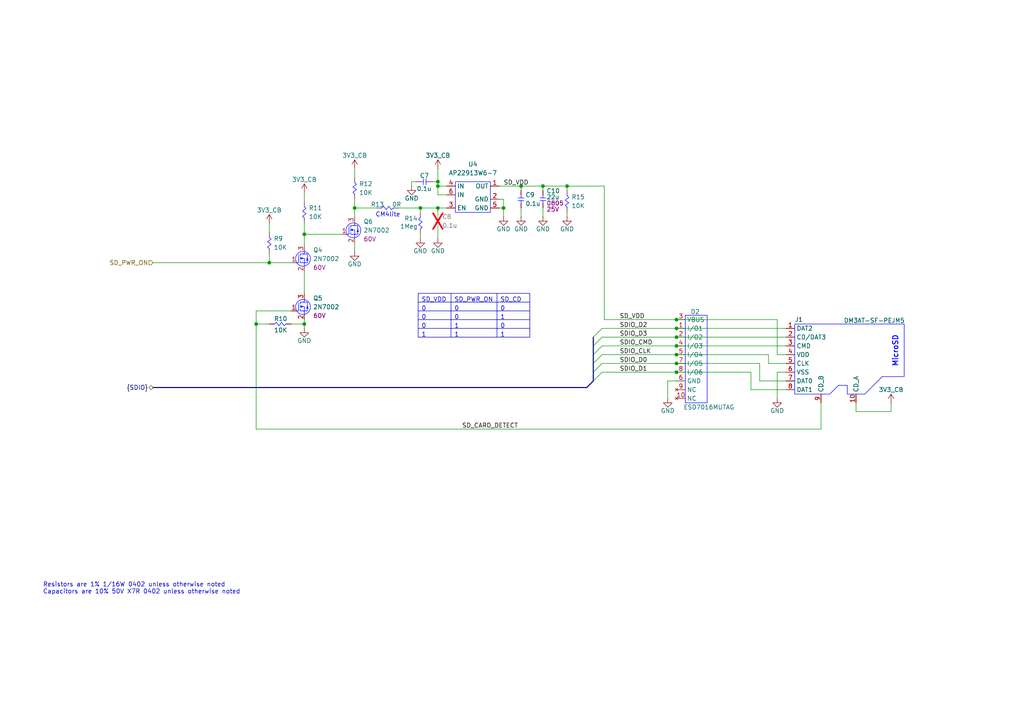
<source format=kicad_sch>
(kicad_sch (version 20250114) (generator "eeschema") (generator_version "9.0")
  (paper "A4")
  (title_block (title "RPI CMx Carrier") (date "2025-12-07") (rev "2.00-0A") (comment 1 "Jean-Francois Bilodeau") (comment 2 "P.Eng #6022173") (comment 3 "203-1690 Rue des quatre-saisons") (comment 4 "Sherbrooke, Canada, J1E0N2") (comment 5 "KiCad Rev 9.0") (comment 6 "TBD") (comment 7 "TBD") (comment 8 "WIP"))
  (lib_symbols
    (symbol "KiCad_Pwr_Symbols:+3V3" (power) (pin_numbers (hide yes)) (pin_names (offset 0) (hide yes))
      (property "Value" "+3V3" (at 0 3.556 0))
      (symbol "+3V3_0_1"
        (polyline (pts (xy -0.762 1.27) (xy 0 2.54)))
        (polyline (pts (xy 0 2.54) (xy 0.762 1.27)))
        (polyline (pts (xy 0 0) (xy 0 2.54)))
      )
      (symbol "+3V3_1_1"
        (pin power_in line (at 0 0 90) (length 0) (name "~") (number "1"))
      )
    )
    (symbol "KiCad_Pwr_Symbols:GND" (power) (pin_numbers (hide yes)) (pin_names (offset 0) (hide yes))
      (property "Value" "GND" (at 0 -3.81 0))
      (symbol "GND_0_1"
        (polyline (pts (xy 0 0) (xy 0 -1.27) (xy 1.27 -1.27) (xy 0 -2.54) (xy -1.27 -1.27) (xy 0 -1.27)))
      )
      (symbol "GND_1_1"
        (pin power_in line (at 0 0 270) (length 0) (name "~") (number "1"))
      )
    )
    (symbol "KicadCompDb:Capacitors/CAP_CER_SMT_00001" (pin_numbers (hide yes)) (pin_names (offset 0) (hide yes))
      (property "Reference" "C" (at 2.54 1.651 0))
      (property "Value" "0.1u" (at 1.524 -1.524 0))
      (symbol "Capacitors/CAP_CER_SMT_00001_1_1"
        (polyline (pts (xy 2.159 0.889) (xy 2.159 -0.889)) (stroke (width 0) (color 0 0 255 1)))
        (polyline (pts (xy 2.159 0) (xy 1.27 0)) (stroke (width 0) (color 0 0 255 1)))
        (polyline (pts (xy 2.921 0.889) (xy 2.921 -0.889)) (stroke (width 0) (color 0 0 255 1)))
        (polyline (pts (xy 3.81 0) (xy 2.921 0)) (stroke (width 0) (color 0 0 255 1)))
        (pin passive line (at 0 0 0) (length 1.27) (name "") (number "1"))
        (pin passive line (at 5.08 0 180) (length 1.27) (name "") (number "2"))
      )
    )
    (symbol "KicadCompDb:Capacitors/CAP_CER_SMT_00011" (pin_numbers (hide yes)) (pin_names (offset 0) (hide yes))
      (property "Reference" "C" (at 2.54 1.651 0))
      (property "Value" "22u" (at 1.524 -1.524 0))
      (property "Package" "0805" (at 0 -16.256 0))
      (property "Voltage Rating" "25V" (at 0 0 0))
      (symbol "Capacitors/CAP_CER_SMT_00011_1_1"
        (polyline (pts (xy 2.159 0.889) (xy 2.159 -0.889)) (stroke (width 0) (color 0 0 255 1)))
        (polyline (pts (xy 2.159 0) (xy 1.27 0)) (stroke (width 0) (color 0 0 255 1)))
        (polyline (pts (xy 2.921 0.889) (xy 2.921 -0.889)) (stroke (width 0) (color 0 0 255 1)))
        (polyline (pts (xy 3.81 0) (xy 2.921 0)) (stroke (width 0) (color 0 0 255 1)))
        (pin passive line (at 0 0 0) (length 1.27) (name "") (number "1"))
        (pin passive line (at 5.08 0 180) (length 1.27) (name "") (number "2"))
      )
    )
    (symbol "KicadCompDb:Connector/CONN_00008"
      (property "Reference" "J" (at 12.7 1.27 0))
      (property "Value" "DM3AT-SF-PEJM5" (at 0 0 0))
      (symbol "Connector/CONN_00008_0_1"
        (polyline (pts (xy 0 0) (xy 0 -20.32) (xy 10.16 -20.32) (xy 12.7 -17.78) (xy 15.24 -17.78) (xy 15.24 -17.78) (xy 15.24 -20.32) (xy 20.32 -20.32) (xy 25.4 -15.24) (xy 31.75 -15.24) (xy 31.75 0) (xy 0 0)) (stroke (width 0) (color 0 0 255 1)))
      )
      (symbol "Connector/CONN_00008_1_1"
        (text "MicroSD" (at 29.21 -7.62 900) (effects (font (size 1.524 1.524) (thickness 0.254) (bold yes))))
        (pin bidirectional line (at -2.54 -1.27 0) (length 2.54) (name "DAT2") (number "1"))
        (pin bidirectional line (at -2.54 -3.81 0) (length 2.54) (name "CD/DAT3") (number "2"))
        (pin input line (at -2.54 -6.35 0) (length 2.54) (name "CMD") (number "3"))
        (pin power_in line (at -2.54 -8.89 0) (length 2.54) (name "VDD") (number "4"))
        (pin input line (at -2.54 -11.43 0) (length 2.54) (name "CLK") (number "5"))
        (pin power_in line (at -2.54 -13.97 0) (length 2.54) (name "VSS") (number "6"))
        (pin bidirectional line (at -2.54 -16.51 0) (length 2.54) (name "DAT0") (number "7"))
        (pin bidirectional line (at -2.54 -19.05 0) (length 2.54) (name "DAT1") (number "8"))
        (pin output line (at 7.62 -22.86 90) (length 2.54) (name "CD_B") (number "9"))
        (pin input line (at 17.78 -22.86 90) (length 2.54) (name "CD_A") (number "10"))
      )
    )
    (symbol "KicadCompDb:ESD Diodes/ESD_DIODE_00001"
      (property "Reference" "D" (at 3.048 1.016 0))
      (property "Value" "ESD7016MUTAG" (at 0 0 0))
      (symbol "ESD Diodes/ESD_DIODE_00001_0_1"
        (rectangle (start 0 0) (end 6.35 -25.4) (stroke (width 0) (color 0 0 255 1)))
      )
      (symbol "ESD Diodes/ESD_DIODE_00001_1_1"
        (pin power_in line (at -2.54 -1.27 0) (length 2.54) (name "VBUS") (number "3"))
        (pin input line (at -2.54 -3.81 0) (length 2.54) (name "I/O1") (number "1"))
        (pin input line (at -2.54 -6.35 0) (length 2.54) (name "I/O2") (number "2"))
        (pin input line (at -2.54 -8.89 0) (length 2.54) (name "I/O3") (number "4"))
        (pin input line (at -2.54 -11.43 0) (length 2.54) (name "I/O4") (number "5"))
        (pin input line (at -2.54 -13.97 0) (length 2.54) (name "I/O5") (number "7"))
        (pin input line (at -2.54 -16.51 0) (length 2.54) (name "I/O6") (number "8"))
        (pin power_in line (at -2.54 -19.05 0) (length 2.54) (name "GND") (number "6"))
        (pin no_connect line (at -2.54 -21.59 0) (length 2.54) (name "NC") (number "9"))
        (pin no_connect line (at -2.54 -24.13 0) (length 2.54) (name "NC") (number "10"))
      )
    )
    (symbol "KicadCompDb:Load Switch/LOAD_SW_00001"
      (property "Reference" "U" (at 5.08 1.016 0))
      (property "Value" "AP22913W6-7" (at 0 0 0))
      (symbol "Load Switch/LOAD_SW_00001_1_1"
        (rectangle (start 0 0) (end 10.16 -8.89) (stroke (width 0) (color 0 0 255 1)))
        (pin input line (at -2.54 -1.27 0) (length 2.54) (name "IN") (number "4"))
        (pin input line (at -2.54 -3.81 0) (length 2.54) (name "IN") (number "6"))
        (pin input line (at -2.54 -7.62 0) (length 2.54) (name "EN") (number "3"))
        (pin power_out line (at 12.7 -1.27 180) (length 2.54) (name "OUT") (number "1"))
        (pin power_in line (at 12.7 -5.08 180) (length 2.54) (name "GND") (number "2"))
        (pin power_in line (at 12.7 -7.62 180) (length 2.54) (name "GND") (number "5"))
      )
    )
    (symbol "KicadCompDb:Mosfet/MOSFET_00001" (pin_names (offset 0) (hide yes))
      (property "Reference" "Q" (at 5.588 3.302 0))
      (property "Value" "2N7002" (at 0 0 0))
      (property "VDS" "60V" (at 0 0 0))
      (symbol "Mosfet/MOSFET_00001_1_1"
        (polyline (pts (xy 1.651 0) (xy 2.159 0) (xy 2.159 2.286)) (stroke (width 0) (color 0 0 255 1)))
        (polyline (pts (xy 2.667 2.54) (xy 2.667 2.032)) (stroke (width 0) (color 0 0 255 1)))
        (polyline (pts (xy 2.667 2.54) (xy 3.81 2.54) (xy 3.81 3.175)) (stroke (width 0) (color 0 0 255 1)))
        (polyline (pts (xy 2.667 1.651) (xy 2.667 0.889)) (stroke (width 0) (color 0 0 255 1)))
        (polyline (pts (xy 2.667 0.508) (xy 2.667 0)) (stroke (width 0) (color 0 0 255 1)))
        (polyline (pts (xy 2.7304 0) (xy 3.81 0) (xy 3.81 -0.889)) (stroke (width 0) (color 0 0 255 1)))
        (polyline (pts (xy 2.794 1.27) (xy 3.175 1.016) (xy 3.175 1.524) (xy 2.794 1.27)) (stroke (width 0) (color 0 0 255 1)) (fill (type color) (color 0 0 255 1)))
        (polyline (pts (xy 3.048 1.27) (xy 3.81 1.27) (xy 3.81 -0.127)) (stroke (width 0) (color 0 0 255 1)))
        (polyline (pts (xy 3.429 2.54) (xy 4.699 2.54) (xy 4.699 1.27)) (stroke (width 0) (color 0 0 255 1)))
        (circle (center 3.429 1.143) (radius 2.159) (stroke (width 0) (color 0 0 255 1)))
        (polyline (pts (xy 3.429 0) (xy 4.699 0) (xy 4.699 0.889)) (stroke (width 0) (color 0 0 255 1)))
        (polyline (pts (xy 3.81 1.143) (xy 3.81 1.143)) (stroke (width 0) (color 0 0 255 1)))
        (polyline (pts (xy 4.5085 1.27) (xy 4.8895 1.27)) (stroke (width 0) (color 0 0 255 1)))
        (polyline (pts (xy 4.699 1.143) (xy 4.445 0.762) (xy 4.953 0.762) (xy 4.699 1.143)) (stroke (width 0) (color 0 0 255 1)) (fill (type color) (color 0 0 255 1)))
        (pin input line (at 0 0 0) (length 1.524) (name "G") (number "1"))
        (pin passive line (at 3.81 5.08 270) (length 1.778) (name "D") (number "3"))
        (pin passive line (at 3.81 -2.54 90) (length 1.524) (name "S") (number "2"))
      )
    )
    (symbol "KicadCompDb:Resistors/RES_SMT_00001" (pin_numbers (hide yes)) (pin_names (offset 0) (hide yes))
      (property "Reference" "R" (at 1.524 1.524 0))
      (property "Value" "0R" (at 1.524 -1.524 0))
      (symbol "Resistors/RES_SMT_00001_1_1"
        (polyline (pts (xy 0.254 0) (xy 0 0)) (stroke (width 0) (color 0 0 255 1)))
        (polyline (pts (xy 0.254 0) (xy 0.762 0.508) (xy 1.524 -0.508) (xy 2.286 0.508) (xy 3.048 -0.508) (xy 3.556 0)) (stroke (width 0) (color 0 0 255 1)))
        (polyline (pts (xy 3.81 0) (xy 3.556 0)) (stroke (width 0) (color 0 0 255 1)))
        (pin passive line (at -1.27 0 0) (length 1.27) (name "") (number "1"))
        (pin passive line (at 5.08 0 180) (length 1.27) (name "") (number "2"))
      )
    )
    (symbol "KicadCompDb:Resistors/RES_SMT_00006" (pin_numbers (hide yes)) (pin_names (offset 0) (hide yes))
      (property "Reference" "R" (at 1.524 1.524 0))
      (property "Value" "1Meg" (at 1.524 -1.524 0))
      (symbol "Resistors/RES_SMT_00006_1_1"
        (polyline (pts (xy 0.254 0) (xy 0 0)) (stroke (width 0) (color 0 0 255 1)))
        (polyline (pts (xy 0.254 0) (xy 0.762 0.508) (xy 1.524 -0.508) (xy 2.286 0.508) (xy 3.048 -0.508) (xy 3.556 0)) (stroke (width 0) (color 0 0 255 1)))
        (polyline (pts (xy 3.81 0) (xy 3.556 0)) (stroke (width 0) (color 0 0 255 1)))
        (pin passive line (at -1.27 0 0) (length 1.27) (name "") (number "1"))
        (pin passive line (at 5.08 0 180) (length 1.27) (name "") (number "2"))
      )
    )
    (symbol "KicadCompDb:Resistors/RES_SMT_00013" (pin_numbers (hide yes)) (pin_names (offset 0) (hide yes))
      (property "Reference" "R" (at 1.524 1.524 0))
      (property "Value" "10K" (at 1.524 -1.524 0))
      (symbol "Resistors/RES_SMT_00013_1_1"
        (polyline (pts (xy 0.254 0) (xy 0 0)) (stroke (width 0) (color 0 0 255 1)))
        (polyline (pts (xy 0.254 0) (xy 0.762 0.508) (xy 1.524 -0.508) (xy 2.286 0.508) (xy 3.048 -0.508) (xy 3.556 0)) (stroke (width 0) (color 0 0 255 1)))
        (polyline (pts (xy 3.81 0) (xy 3.556 0)) (stroke (width 0) (color 0 0 255 1)))
        (pin passive line (at -1.27 0 0) (length 1.27) (name "") (number "1"))
        (pin passive line (at 5.08 0 180) (length 1.27) (name "") (number "2"))
      )
    )
  )
  (bus_alias "SDIO" (members "SDIO_D0" "SDIO_D1" "SDIO_D2" "SDIO_D3" "SDIO_CLK" "SDIO_CMD"))
  (text "CM4lite" (at 112.522 62.357 0) (effects (font (size 1.27 1.27))))
  (text "Resistors are 1% 1/16W 0402 unless otherwise noted\nCapacitors are 10% 50V X7R 0402 unless otherwise noted" (at 12.446 170.688 0) (effects (font (size 1.27 1.27)) (justify left)))
  (junction (at 74.295 93.98))
  (junction (at 88.265 93.98))
  (junction (at 196.215 105.41))
  (junction (at 196.215 100.33))
  (junction (at 88.265 67.945))
  (junction (at 121.92 60.325))
  (junction (at 78.105 76.2))
  (junction (at 127 60.325))
  (junction (at 164.465 53.975))
  (junction (at 127 53.975))
  (junction (at 127 52.705))
  (junction (at 102.87 60.325))
  (junction (at 151.13 53.975))
  (junction (at 157.48 53.975))
  (junction (at 146.05 60.325))
  (junction (at 196.215 107.95))
  (junction (at 196.215 97.79))
  (junction (at 196.215 95.25))
  (junction (at 196.215 92.71))
  (junction (at 196.215 102.87))
  (bus_entry (at 172.085 105.41) (size 2.54 -2.54))
  (bus_entry (at 172.085 110.49) (size 2.54 -2.54))
  (bus_entry (at 172.085 102.87) (size 2.54 -2.54))
  (bus_entry (at 172.085 107.95) (size 2.54 -2.54))
  (bus_entry (at 172.085 97.79) (size 2.54 -2.54))
  (bus_entry (at 172.085 100.33) (size 2.54 -2.54))
  (wire (pts (xy 78.105 76.2) (xy 84.455 76.2)))
  (wire (pts (xy 174.625 102.87) (xy 196.215 102.87)))
  (bus (pts (xy 172.085 100.33) (xy 172.085 102.87)))
  (wire (pts (xy 258.445 119.38) (xy 258.445 116.84)))
  (wire (pts (xy 121.92 67.945) (xy 121.92 69.215)))
  (wire (pts (xy 102.87 48.895) (xy 102.87 51.435)))
  (wire (pts (xy 127 60.325) (xy 127 61.595)))
  (wire (pts (xy 222.885 105.41) (xy 227.965 105.41)))
  (wire (pts (xy 174.625 97.79) (xy 196.215 97.79)))
  (wire (pts (xy 119.38 52.705) (xy 120.65 52.705)))
  (wire (pts (xy 78.105 73.66) (xy 78.105 76.2)))
  (wire (pts (xy 78.105 64.77) (xy 78.105 67.31)))
  (wire (pts (xy 248.285 119.38) (xy 258.445 119.38)))
  (wire (pts (xy 119.38 52.705) (xy 119.38 53.975)))
  (wire (pts (xy 74.295 93.98) (xy 74.295 124.46)))
  (wire (pts (xy 225.425 107.95) (xy 225.425 115.57)))
  (wire (pts (xy 121.92 60.325) (xy 121.92 61.595)))
  (wire (pts (xy 74.295 90.17) (xy 84.455 90.17)))
  (wire (pts (xy 225.425 102.87) (xy 227.965 102.87)))
  (wire (pts (xy 127 56.515) (xy 129.54 56.515)))
  (wire (pts (xy 193.675 110.49) (xy 193.675 115.57)))
  (wire (pts (xy 227.965 107.95) (xy 225.425 107.95)))
  (wire (pts (xy 146.05 60.325) (xy 146.05 62.865)))
  (wire (pts (xy 217.805 107.95) (xy 196.215 107.95)))
  (wire (pts (xy 175.26 53.975) (xy 175.26 92.71)))
  (wire (pts (xy 164.465 53.975) (xy 175.26 53.975)))
  (wire (pts (xy 88.265 93.98) (xy 88.265 95.25)))
  (wire (pts (xy 88.265 67.945) (xy 88.265 71.12)))
  (wire (pts (xy 127 52.705) (xy 127 53.975)))
  (wire (pts (xy 88.265 55.88) (xy 88.265 58.42)))
  (wire (pts (xy 102.87 57.785) (xy 102.87 60.325)))
  (wire (pts (xy 217.805 113.03) (xy 217.805 107.95)))
  (wire (pts (xy 196.215 92.71) (xy 225.425 92.71)))
  (wire (pts (xy 102.87 60.325) (xy 102.87 62.865)))
  (wire (pts (xy 115.57 60.325) (xy 121.92 60.325)))
  (wire (pts (xy 74.295 124.46) (xy 238.125 124.46)))
  (wire (pts (xy 144.78 53.975) (xy 151.13 53.975)))
  (wire (pts (xy 151.13 53.975) (xy 157.48 53.975)))
  (wire (pts (xy 74.295 90.17) (xy 74.295 93.98)))
  (wire (pts (xy 238.125 116.84) (xy 238.125 124.46)))
  (wire (pts (xy 84.455 93.98) (xy 88.265 93.98)))
  (wire (pts (xy 102.87 60.325) (xy 109.22 60.325)))
  (wire (pts (xy 151.13 60.325) (xy 151.13 62.865)))
  (wire (pts (xy 220.345 110.49) (xy 227.965 110.49)))
  (wire (pts (xy 175.26 92.71) (xy 196.215 92.71)))
  (wire (pts (xy 127 53.975) (xy 129.54 53.975)))
  (wire (pts (xy 196.215 97.79) (xy 227.965 97.79)))
  (bus (pts (xy 172.085 110.49) (xy 172.085 107.95)))
  (wire (pts (xy 88.265 64.77) (xy 88.265 67.945)))
  (wire (pts (xy 144.78 60.325) (xy 146.05 60.325)))
  (wire (pts (xy 127 60.325) (xy 129.54 60.325)))
  (wire (pts (xy 88.265 78.74) (xy 88.265 85.09)))
  (wire (pts (xy 127 66.675) (xy 127 69.215)))
  (wire (pts (xy 222.885 102.87) (xy 196.215 102.87)))
  (wire (pts (xy 196.215 95.25) (xy 227.965 95.25)))
  (wire (pts (xy 127 53.975) (xy 127 56.515)))
  (wire (pts (xy 174.625 105.41) (xy 196.215 105.41)))
  (wire (pts (xy 174.625 95.25) (xy 196.215 95.25)))
  (wire (pts (xy 222.885 105.41) (xy 222.885 102.87)))
  (wire (pts (xy 157.48 60.325) (xy 157.48 62.865)))
  (bus (pts (xy 172.085 97.79) (xy 172.085 100.33)))
  (wire (pts (xy 157.48 53.975) (xy 157.48 55.245)))
  (wire (pts (xy 151.13 53.975) (xy 151.13 55.245)))
  (wire (pts (xy 220.345 105.41) (xy 220.345 110.49)))
  (bus (pts (xy 44.45 112.395) (xy 170.18 112.395)))
  (wire (pts (xy 121.92 60.325) (xy 127 60.325)))
  (wire (pts (xy 157.48 53.975) (xy 164.465 53.975)))
  (wire (pts (xy 196.215 105.41) (xy 220.345 105.41)))
  (wire (pts (xy 102.87 70.485) (xy 102.87 73.025)))
  (wire (pts (xy 74.295 93.98) (xy 78.105 93.98)))
  (bus (pts (xy 172.085 105.41) (xy 172.085 102.87)))
  (bus (pts (xy 172.085 110.49) (xy 170.18 112.395)))
  (wire (pts (xy 144.78 57.785) (xy 146.05 57.785)))
  (wire (pts (xy 248.285 116.84) (xy 248.285 119.38)))
  (wire (pts (xy 174.625 100.33) (xy 196.215 100.33)))
  (wire (pts (xy 227.965 113.03) (xy 217.805 113.03)))
  (wire (pts (xy 125.73 52.705) (xy 127 52.705)))
  (wire (pts (xy 196.215 107.95) (xy 174.625 107.95)))
  (wire (pts (xy 127 48.895) (xy 127 52.705)))
  (wire (pts (xy 225.425 92.71) (xy 225.425 102.87)))
  (wire (pts (xy 44.45 76.2) (xy 78.105 76.2)))
  (wire (pts (xy 164.465 53.975) (xy 164.465 55.245)))
  (bus (pts (xy 172.085 107.95) (xy 172.085 105.41)))
  (wire (pts (xy 196.215 110.49) (xy 193.675 110.49)))
  (wire (pts (xy 196.215 100.33) (xy 227.965 100.33)))
  (wire (pts (xy 164.465 62.865) (xy 164.465 61.595)))
  (wire (pts (xy 88.265 92.71) (xy 88.265 93.98)))
  (wire (pts (xy 146.05 57.785) (xy 146.05 60.325)))
  (wire (pts (xy 88.265 67.945) (xy 99.06 67.945)))
  (table (column_count 3) (border (external yes) (header yes)) (separators (rows yes) (cols yes)) (column_widths 9.525 13.335 9.525) (row_heights 2.54 2.54 2.54 2.54 2.54) (cells (table_cell "SD_VDD" (at 121.285 85.09 0) (size 9.525 2.54) (margins 0.9525 0.9525 0.9525 0.9525) (span 1 1)) (table_cell "SD_PWR_ON" (at 130.81 85.09 0) (size 13.335 2.54) (margins 0.9525 0.9525 0.9525 0.9525) (span 1 1)) (table_cell "SD_CD" (at 144.145 85.09 0) (size 9.525 2.54) (margins 0.9525 0.9525 0.9525 0.9525) (span 1 1)) (table_cell "0" (at 121.285 87.63 0) (size 9.525 2.54) (margins 0.9525 0.9525 0.9525 0.9525) (span 1 1)) (table_cell "0" (at 130.81 87.63 0) (size 13.335 2.54) (margins 0.9525 0.9525 0.9525 0.9525) (span 1 1)) (table_cell "0" (at 144.145 87.63 0) (size 9.525 2.54) (margins 0.9525 0.9525 0.9525 0.9525) (span 1 1)) (table_cell "0" (at 121.285 90.17 0) (size 9.525 2.54) (margins 0.9525 0.9525 0.9525 0.9525) (span 1 1)) (table_cell "0" (at 130.81 90.17 0) (size 13.335 2.54) (margins 0.9525 0.9525 0.9525 0.9525) (span 1 1)) (table_cell "1" (at 144.145 90.17 0) (size 9.525 2.54) (margins 0.9525 0.9525 0.9525 0.9525) (span 1 1)) (table_cell "0" (at 121.285 92.71 0) (size 9.525 2.54) (margins 0.9525 0.9525 0.9525 0.9525) (span 1 1)) (table_cell "1" (at 130.81 92.71 0) (size 13.335 2.54) (margins 0.9525 0.9525 0.9525 0.9525) (span 1 1)) (table_cell "0" (at 144.145 92.71 0) (size 9.525 2.54) (margins 0.9525 0.9525 0.9525 0.9525) (span 1 1)) (table_cell "1" (at 121.285 95.25 0) (size 9.525 2.54) (margins 0.9525 0.9525 0.9525 0.9525) (span 1 1)) (table_cell "1" (at 130.81 95.25 0) (size 13.335 2.54) (margins 0.9525 0.9525 0.9525 0.9525) (span 1 1)) (table_cell "1" (at 144.145 95.25 0) (size 9.525 2.54) (margins 0.9525 0.9525 0.9525 0.9525) (span 1 1))))
  (label "SD_VDD" (at 146.05 53.975 0))
  (label "SDIO_D0" (at 179.705 105.41 0))
  (label "SD_VDD" (at 179.705 92.71 0))
  (label "SDIO_D3" (at 179.705 97.79 0))
  (label "SDIO_CMD" (at 179.705 100.33 0))
  (label "SDIO_D2" (at 179.705 95.25 0))
  (label "SDIO_D1" (at 179.705 107.95 0))
  (label "SDIO_CLK" (at 179.705 102.87 0))
  (label "SD_CARD_DETECT" (at 133.985 124.46 0))
  (hierarchical_label "SD_PWR_ON" (shape input) (at 44.45 76.2 180))
  (hierarchical_label "{SDIO}" (shape bidirectional) (at 44.45 112.395 180))
  (symbol (lib_id "KiCad_Pwr_Symbols:+3V3") (at 78.105 64.77 0) (unit 1)
    (property "Reference" "#PWR024" (effects (hide yes)))
    (property "Value" "3V3_CB" (at 78.105 60.96 0))
    (property "Description" "Power symbol creates a global label with name \"+3V3\"" (effects (hide yes)))
  )
  (symbol (lib_id "KicadCompDb:Capacitors/CAP_CER_SMT_00001") (at 151.13 60.325 90) (unit 1)
    (property "Reference" "C9" (at 152.4 56.515 90) (effects (justify right)))
    (property "Value" "0.1u" (at 152.4 59.055 90) (effects (justify right)))
    (property "Footprint" "footprint:CAP_NONPOL_0402" (effects (hide yes)))
    (property "Datasheet" "https://search.murata.co.jp/Ceramy/image/img/A01X/G101/ENG/GRM155R71H104KE14-01.pdf" (effects (hide yes)))
    (property "Description" "CAP CER 0.1UF 50V X7R 0402" (effects (hide yes)))
    (property "Tolerance" "±10%" (effects (hide yes)))
    (property "Dielectric" "X7R" (effects (hide yes)))
    (property "Package" "0402" (effects (hide yes)))
    (property "Operating Temperature" "-55°C ~ 125°C" (effects (hide yes)))
    (property "Voltage Rating" "50V" (effects (hide yes)))
    (property "Manufacturer" "Murata Electronics" (effects (hide yes)))
    (property "Manufacturer Part Number" "GRM155R71H104KE14D" (effects (hide yes)))
    (property "Distributor" "DigiKey" (effects (hide yes)))
    (property "Distributor Part Number" "490-10700-1-ND" (effects (hide yes)))
    (property "Type" "CER SMT" (effects (hide yes)))
    (property "Dimensions" "1.00mm x 0.50mm" (effects (hide yes)))
  )
  (symbol (lib_id "KicadCompDb:Resistors/RES_SMT_00001") (at 110.49 60.325 0) (unit 1)
    (property "Reference" "R13" (at 109.474 59.309 0))
    (property "Value" "0R" (at 115.062 59.309 0))
    (property "Footprint" "footprint:RES_0402" (effects (hide yes)))
    (property "Datasheet" "https://www.yageogroup.com/content/datasheet/asset/file/PYU-RC_GROUP_51_ROHS_L" (effects (hide yes)))
    (property "Description" "RES 0 OHM JUMPER 1/16W 0402" (effects (hide yes)))
    (property "Tolerance" "1%" (effects (hide yes)))
    (property "Power" "1/16W" (effects (hide yes)))
    (property "Package" "0402" (effects (hide yes)))
    (property "Manufacturer" "YAGEO" (effects (hide yes)))
    (property "Manufacturer Part Number" "RC0402FR-071KL" (effects (hide yes)))
    (property "Distributor" "DigiKey" (effects (hide yes)))
    (property "Distributor Part Number" "311-0.0JRCT-ND" (effects (hide yes)))
    (property "Temperature Coefficient" "±100ppm/°C" (effects (hide yes)))
    (property "Operating Temperature" "-55°C ~ 155°C" (effects (hide yes)))
    (property "Type" "RES SMT" (effects (hide yes)))
    (property "Dimensions" "1.00mm x 0.50mm" (effects (hide yes)))
  )
  (symbol (lib_id "KiCad_Pwr_Symbols:GND") (at 146.05 62.865 0) (unit 1)
    (property "Reference" "#PWR033" (effects (hide yes)))
    (property "Value" "GND" (at 146.05 66.421 0))
    (property "Description" "Power symbol creates a global label with name \"GND\" , ground" (effects (hide yes)))
  )
  (symbol (lib_id "KicadCompDb:Capacitors/CAP_CER_SMT_00011") (at 157.48 60.325 90) (unit 1)
    (property "Reference" "C10" (at 158.496 55.372 90) (effects (justify right)))
    (property "Value" "22u" (at 158.496 57.15 90) (effects (justify right)))
    (property "Footprint" "footprint:CAP_NONPOL_0805" (effects (hide yes)))
    (property "Datasheet" "https://mm.digikey.com/Volume0/opasdata/d220001/medias/docus/339/CL21A226MAYNNNE_Spec.pdf" (effects (hide yes)))
    (property "Description" "CAP CER 22UF 25V X5R 0805" (effects (hide yes)))
    (property "Tolerance" "±20%" (effects (hide yes)))
    (property "Dielectric" "X5R" (effects (hide yes)))
    (property "Package" "0805" (at 158.496 58.928 90) (effects (justify right)))
    (property "Operating Temperature" "-55°C ~ 85°C" (effects (hide yes)))
    (property "Voltage Rating" "25V" (at 158.496 60.706 90) (effects (justify right)))
    (property "Manufacturer" "Samsung Electro-Mechanics" (effects (hide yes)))
    (property "Manufacturer Part Number" "CL21A226MAYNNNE" (effects (hide yes)))
    (property "Distributor" "DigiKey" (effects (hide yes)))
    (property "Distributor Part Number" "1276-CL21A226MAYNNNECT-ND" (effects (hide yes)))
    (property "Type" "CER SMT" (effects (hide yes)))
    (property "Dimensions" "2.00mm x 1.25mm" (effects (hide yes)))
  )
  (symbol (lib_id "KiCad_Pwr_Symbols:GND") (at 119.38 53.975 0) (unit 1)
    (property "Reference" "#PWR029" (effects (hide yes)))
    (property "Value" "GND" (at 119.38 57.531 0))
    (property "Description" "Power symbol creates a global label with name \"GND\" , ground" (effects (hide yes)))
  )
  (symbol (lib_id "KiCad_Pwr_Symbols:GND") (at 225.425 115.57 0) (unit 1)
    (property "Reference" "#PWR038" (effects (hide yes)))
    (property "Value" "GND" (at 225.425 119.126 0))
    (property "Description" "Power symbol creates a global label with name \"GND\" , ground" (effects (hide yes)))
  )
  (symbol (lib_id "KiCad_Pwr_Symbols:+3V3") (at 258.445 116.84 0) (unit 1)
    (property "Reference" "#PWR039" (effects (hide yes)))
    (property "Value" "3V3_CB" (at 258.445 113.03 0))
    (property "Description" "Power symbol creates a global label with name \"+3V3\"" (effects (hide yes)))
  )
  (symbol (lib_id "KicadCompDb:Mosfet/MOSFET_00001") (at 84.455 90.17 0) (unit 1)
    (property "Reference" "Q5" (at 90.805 86.4869 0) (effects (justify left)))
    (property "Value" "2N7002" (at 90.805 89.0269 0) (effects (justify left)))
    (property "Footprint" "footprint:SOT-23-3" (effects (hide yes)))
    (property "Datasheet" "https://www.diodes.com/assets/Datasheets/ds11303.pdf" (effects (hide yes)))
    (property "Description" "MOSFET N-CH 60V 115MA SOT23-3" (effects (hide yes)))
    (property "VDS" "60V" (at 90.805 91.5669 0) (effects (justify left)))
    (property "Package" "SOT-23-3" (effects (hide yes)))
    (property "Type" "NFET" (effects (hide yes)))
    (property "I(drain)" "0.115A" (effects (hide yes)))
    (property "VGS(th)" "2.5V" (effects (hide yes)))
    (property "RDS(on)" "7.5Ohm" (effects (hide yes)))
    (property "Power" "0.37W" (effects (hide yes)))
    (property "Operating Temperature" "-55°C ~ 150°C" (effects (hide yes)))
    (property "Dimensions" "2.90mm x 2.40mm" (effects (hide yes)))
    (property "Manufacturer" "Diodes Incorporated" (effects (hide yes)))
    (property "Manufacturer Part Number" "2N7002-7-F" (effects (hide yes)))
    (property "Distributor" "DigiKey" (effects (hide yes)))
    (property "Distributor Part Number" "2N7002-FDICT-ND" (effects (hide yes)))
  )
  (symbol (lib_id "KicadCompDb:Capacitors/CAP_CER_SMT_00001") (at 120.65 52.705 0) (unit 1)
    (property "Reference" "C7" (at 124.46 50.927 0) (effects (justify right)))
    (property "Value" "0.1u" (at 125.222 54.737 0) (effects (justify right)))
    (property "Footprint" "footprint:CAP_NONPOL_0402" (effects (hide yes)))
    (property "Datasheet" "https://search.murata.co.jp/Ceramy/image/img/A01X/G101/ENG/GRM155R71H104KE14-01.pdf" (effects (hide yes)))
    (property "Description" "CAP CER 0.1UF 50V X7R 0402" (effects (hide yes)))
    (property "Tolerance" "±10%" (effects (hide yes)))
    (property "Dielectric" "X7R" (effects (hide yes)))
    (property "Package" "0402" (effects (hide yes)))
    (property "Operating Temperature" "-55°C ~ 125°C" (effects (hide yes)))
    (property "Voltage Rating" "50V" (effects (hide yes)))
    (property "Manufacturer" "Murata Electronics" (effects (hide yes)))
    (property "Manufacturer Part Number" "GRM155R71H104KE14D" (effects (hide yes)))
    (property "Distributor" "DigiKey" (effects (hide yes)))
    (property "Distributor Part Number" "490-10700-1-ND" (effects (hide yes)))
    (property "Type" "CER SMT" (effects (hide yes)))
    (property "Dimensions" "1.00mm x 0.50mm" (effects (hide yes)))
  )
  (symbol (lib_id "KicadCompDb:ESD Diodes/ESD_DIODE_00001") (at 198.755 91.44 0) (unit 1)
    (property "Reference" "D2" (at 200.279 90.424 0) (effects (justify left)))
    (property "Value" "ESD7016MUTAG" (at 198.247 118.11 0) (effects (justify left)))
    (property "Footprint" "footprint:UDFN8" (effects (hide yes)))
    (property "Datasheet" "https://www.onsemi.com/pdf/datasheet/esd7016-d.pdf" (effects (hide yes)))
    (property "Description" "TVS DIODE 5VWM 10VC 8UDFN" (effects (hide yes)))
    (property "Type" "ESD TVS SEXT SMT" (effects (hide yes)))
    (property "V(r)" "5V" (effects (hide yes)))
    (property "V(br)" "5.5V" (effects (hide yes)))
    (property "V(cl)" "10V" (effects (hide yes)))
    (property "I(pp)" "1A" (effects (hide yes)))
    (property "Power" "NA" (effects (hide yes)))
    (property "Capacitance" "0.15pF" (effects (hide yes)))
    (property "Operating Temperature" "-55°C ~ 125°C" (effects (hide yes)))
    (property "Package" "8-UDFN" (effects (hide yes)))
    (property "Dimensions" "3.30mm x 1.00mm" (effects (hide yes)))
    (property "Manufacturer" "onsemi" (effects (hide yes)))
    (property "Manufacturer Part Number" "ESD7016MUTAG" (effects (hide yes)))
    (property "Distributor" "DigiKey" (effects (hide yes)))
    (property "Distributor Part Number" "ESD7016MUTAGOSCT-ND" (effects (hide yes)))
  )
  (symbol (lib_id "KicadCompDb:Mosfet/MOSFET_00001") (at 84.455 76.2 0) (unit 1)
    (property "Reference" "Q4" (at 90.805 72.5169 0) (effects (justify left)))
    (property "Value" "2N7002" (at 90.805 75.0569 0) (effects (justify left)))
    (property "Footprint" "footprint:SOT-23-3" (effects (hide yes)))
    (property "Datasheet" "https://www.diodes.com/assets/Datasheets/ds11303.pdf" (effects (hide yes)))
    (property "Description" "MOSFET N-CH 60V 115MA SOT23-3" (effects (hide yes)))
    (property "VDS" "60V" (at 90.805 77.5969 0) (effects (justify left)))
    (property "Package" "SOT-23-3" (effects (hide yes)))
    (property "Type" "NFET" (effects (hide yes)))
    (property "I(drain)" "0.115A" (effects (hide yes)))
    (property "VGS(th)" "2.5V" (effects (hide yes)))
    (property "RDS(on)" "7.5Ohm" (effects (hide yes)))
    (property "Power" "0.37W" (effects (hide yes)))
    (property "Operating Temperature" "-55°C ~ 150°C" (effects (hide yes)))
    (property "Dimensions" "2.90mm x 2.40mm" (effects (hide yes)))
    (property "Manufacturer" "Diodes Incorporated" (effects (hide yes)))
    (property "Manufacturer Part Number" "2N7002-7-F" (effects (hide yes)))
    (property "Distributor" "DigiKey" (effects (hide yes)))
    (property "Distributor Part Number" "2N7002-FDICT-ND" (effects (hide yes)))
  )
  (symbol (lib_id "KicadCompDb:Load Switch/LOAD_SW_00001") (at 132.08 52.705 0) (unit 1)
    (property "Reference" "U4" (at 137.16 47.625 0))
    (property "Value" "AP22913W6-7" (at 137.16 50.165 0))
    (property "Footprint" "footprint:SOT-23-6" (effects (hide yes)))
    (property "Datasheet" "https://www.diodes.com/assets/Datasheets/AP22913.pdf" (effects (hide yes)))
    (property "Description" "IC PWR SWITCH P-CHAN 1:1 SOT26" (effects (hide yes)))
    (property "Type" "PFET" (effects (hide yes)))
    (property "Output Configuration" "High Side" (effects (hide yes)))
    (property "Package" "SOT-23-6" (effects (hide yes)))
    (property "Load Voltage" "1.5V ~ 5.5V" (effects (hide yes)))
    (property "Output Current" "2A" (effects (hide yes)))
    (property "RDS(on)" "0.84Ohm" (effects (hide yes)))
    (property "Operating Temperature" "-40°C ~ 85°C" (effects (hide yes)))
    (property "Dimensions" "3mm x 2.8mm" (effects (hide yes)))
    (property "Manufacturer" "Diodes Incorporated" (effects (hide yes)))
    (property "Manufacturer Part Number" "AP22913W6-7" (effects (hide yes)))
    (property "Distributor" "DigiKey" (effects (hide yes)))
    (property "Distributor Part Number" "AP22913W6-7DICT-ND" (effects (hide yes)))
  )
  (symbol (lib_id "KicadCompDb:Resistors/RES_SMT_00013") (at 102.87 56.515 90) (unit 1)
    (property "Reference" "R12" (at 104.14 53.3399 90) (effects (justify right)))
    (property "Value" "10K" (at 104.14 55.8799 90) (effects (justify right)))
    (property "Footprint" "footprint:RES_0402" (effects (hide yes)))
    (property "Datasheet" "https://www.yageogroup.com/content/datasheet/asset/file/PYU-RC_GROUP_51_ROHS_L" (effects (hide yes)))
    (property "Description" "RES 10K OHM 1% 1/16W 0402" (effects (hide yes)))
    (property "Tolerance" "1%" (effects (hide yes)))
    (property "Power" "1/16W" (effects (hide yes)))
    (property "Package" "0402" (effects (hide yes)))
    (property "Manufacturer" "YAGEO" (effects (hide yes)))
    (property "Manufacturer Part Number" "RC0402FR-0710KL" (effects (hide yes)))
    (property "Distributor" "DigiKey" (effects (hide yes)))
    (property "Distributor Part Number" "311-10.0KLRCT-ND" (effects (hide yes)))
    (property "Temperature Coefficient" "±100ppm/°C" (effects (hide yes)))
    (property "Operating Temperature" "-55°C ~ 155°C" (effects (hide yes)))
    (property "Type" "RES SMT" (effects (hide yes)))
    (property "Dimensions" "1.00mm x 0.50mm" (effects (hide yes)))
  )
  (symbol (lib_id "KicadCompDb:Resistors/RES_SMT_00013") (at 78.105 72.39 90) (unit 1)
    (property "Reference" "R9" (at 79.375 69.2149 90) (effects (justify right)))
    (property "Value" "10K" (at 79.375 71.7549 90) (effects (justify right)))
    (property "Footprint" "footprint:RES_0402" (effects (hide yes)))
    (property "Datasheet" "https://www.yageogroup.com/content/datasheet/asset/file/PYU-RC_GROUP_51_ROHS_L" (effects (hide yes)))
    (property "Description" "RES 10K OHM 1% 1/16W 0402" (effects (hide yes)))
    (property "Tolerance" "1%" (effects (hide yes)))
    (property "Power" "1/16W" (effects (hide yes)))
    (property "Package" "0402" (effects (hide yes)))
    (property "Manufacturer" "YAGEO" (effects (hide yes)))
    (property "Manufacturer Part Number" "RC0402FR-0710KL" (effects (hide yes)))
    (property "Distributor" "DigiKey" (effects (hide yes)))
    (property "Distributor Part Number" "311-10.0KLRCT-ND" (effects (hide yes)))
    (property "Temperature Coefficient" "±100ppm/°C" (effects (hide yes)))
    (property "Operating Temperature" "-55°C ~ 155°C" (effects (hide yes)))
    (property "Type" "RES SMT" (effects (hide yes)))
    (property "Dimensions" "1.00mm x 0.50mm" (effects (hide yes)))
  )
  (symbol (lib_id "KiCad_Pwr_Symbols:GND") (at 102.87 73.025 0) (unit 1)
    (property "Reference" "#PWR028" (effects (hide yes)))
    (property "Value" "GND" (at 102.87 76.581 0))
    (property "Description" "Power symbol creates a global label with name \"GND\" , ground" (effects (hide yes)))
  )
  (symbol (lib_id "KiCad_Pwr_Symbols:GND") (at 151.13 62.865 0) (unit 1)
    (property "Reference" "#PWR034" (effects (hide yes)))
    (property "Value" "GND" (at 151.13 66.421 0))
    (property "Description" "Power symbol creates a global label with name \"GND\" , ground" (effects (hide yes)))
  )
  (symbol (lib_id "KicadCompDb:Capacitors/CAP_CER_SMT_00001") (at 127 66.675 90) (unit 1) (dnp yes)
    (property "Reference" "C8" (at 128.27 62.865 90) (effects (justify right)))
    (property "Value" "0.1u" (at 128.27 65.405 90) (effects (justify right)))
    (property "Footprint" "footprint:CAP_NONPOL_0402" (effects (hide yes)))
    (property "Datasheet" "https://search.murata.co.jp/Ceramy/image/img/A01X/G101/ENG/GRM155R71H104KE14-01.pdf" (effects (hide yes)))
    (property "Description" "CAP CER 0.1UF 50V X7R 0402" (effects (hide yes)))
    (property "Tolerance" "±10%" (effects (hide yes)))
    (property "Dielectric" "X7R" (effects (hide yes)))
    (property "Package" "0402" (effects (hide yes)))
    (property "Operating Temperature" "-55°C ~ 125°C" (effects (hide yes)))
    (property "Voltage Rating" "50V" (effects (hide yes)))
    (property "Manufacturer" "Murata Electronics" (effects (hide yes)))
    (property "Manufacturer Part Number" "GRM155R71H104KE14D" (effects (hide yes)))
    (property "Distributor" "DigiKey" (effects (hide yes)))
    (property "Distributor Part Number" "490-10700-1-ND" (effects (hide yes)))
    (property "Type" "CER SMT" (effects (hide yes)))
    (property "Dimensions" "1.00mm x 0.50mm" (effects (hide yes)))
  )
  (symbol (lib_id "KiCad_Pwr_Symbols:+3V3") (at 88.265 55.88 0) (unit 1)
    (property "Reference" "#PWR025" (effects (hide yes)))
    (property "Value" "3V3_CB" (at 88.265 52.07 0))
    (property "Description" "Power symbol creates a global label with name \"+3V3\"" (effects (hide yes)))
  )
  (symbol (lib_id "KicadCompDb:Resistors/RES_SMT_00013") (at 83.185 93.98 180) (unit 1)
    (property "Reference" "R10" (at 81.407 92.456 0))
    (property "Value" "10K" (at 81.407 95.758 0))
    (property "Footprint" "footprint:RES_0402" (effects (hide yes)))
    (property "Datasheet" "https://www.yageogroup.com/content/datasheet/asset/file/PYU-RC_GROUP_51_ROHS_L" (effects (hide yes)))
    (property "Description" "RES 10K OHM 1% 1/16W 0402" (effects (hide yes)))
    (property "Tolerance" "1%" (effects (hide yes)))
    (property "Power" "1/16W" (effects (hide yes)))
    (property "Package" "0402" (effects (hide yes)))
    (property "Manufacturer" "YAGEO" (effects (hide yes)))
    (property "Manufacturer Part Number" "RC0402FR-0710KL" (effects (hide yes)))
    (property "Distributor" "DigiKey" (effects (hide yes)))
    (property "Distributor Part Number" "311-10.0KLRCT-ND" (effects (hide yes)))
    (property "Temperature Coefficient" "±100ppm/°C" (effects (hide yes)))
    (property "Operating Temperature" "-55°C ~ 155°C" (effects (hide yes)))
    (property "Type" "RES SMT" (effects (hide yes)))
    (property "Dimensions" "1.00mm x 0.50mm" (effects (hide yes)))
  )
  (symbol (lib_id "KiCad_Pwr_Symbols:GND") (at 157.48 62.865 0) (unit 1)
    (property "Reference" "#PWR035" (effects (hide yes)))
    (property "Value" "GND" (at 157.48 66.421 0))
    (property "Description" "Power symbol creates a global label with name \"GND\" , ground" (effects (hide yes)))
  )
  (symbol (lib_id "KiCad_Pwr_Symbols:GND") (at 164.465 62.865 0) (unit 1)
    (property "Reference" "#PWR036" (effects (hide yes)))
    (property "Value" "GND" (at 164.465 66.421 0))
    (property "Description" "Power symbol creates a global label with name \"GND\" , ground" (effects (hide yes)))
  )
  (symbol (lib_id "KiCad_Pwr_Symbols:GND") (at 193.675 115.57 0) (unit 1)
    (property "Reference" "#PWR037" (effects (hide yes)))
    (property "Value" "GND" (at 193.675 119.126 0))
    (property "Description" "Power symbol creates a global label with name \"GND\" , ground" (effects (hide yes)))
  )
  (symbol (lib_id "KiCad_Pwr_Symbols:+3V3") (at 127 48.895 0) (unit 1)
    (property "Reference" "#PWR031" (effects (hide yes)))
    (property "Value" "3V3_CB" (at 127 45.085 0))
    (property "Description" "Power symbol creates a global label with name \"+3V3\"" (effects (hide yes)))
  )
  (symbol (lib_id "KiCad_Pwr_Symbols:GND") (at 121.92 69.215 0) (unit 1)
    (property "Reference" "#PWR030" (effects (hide yes)))
    (property "Value" "GND" (at 121.92 72.771 0))
    (property "Description" "Power symbol creates a global label with name \"GND\" , ground" (effects (hide yes)))
  )
  (symbol (lib_id "KicadCompDb:Mosfet/MOSFET_00001") (at 99.06 67.945 0) (unit 1)
    (property "Reference" "Q6" (at 105.41 64.2619 0) (effects (justify left)))
    (property "Value" "2N7002" (at 105.41 66.8019 0) (effects (justify left)))
    (property "Footprint" "footprint:SOT-23-3" (effects (hide yes)))
    (property "Datasheet" "https://www.diodes.com/assets/Datasheets/ds11303.pdf" (effects (hide yes)))
    (property "Description" "MOSFET N-CH 60V 115MA SOT23-3" (effects (hide yes)))
    (property "VDS" "60V" (at 105.41 69.3419 0) (effects (justify left)))
    (property "Package" "SOT-23-3" (effects (hide yes)))
    (property "Type" "NFET" (effects (hide yes)))
    (property "I(drain)" "0.115A" (effects (hide yes)))
    (property "VGS(th)" "2.5V" (effects (hide yes)))
    (property "RDS(on)" "7.5Ohm" (effects (hide yes)))
    (property "Power" "0.37W" (effects (hide yes)))
    (property "Operating Temperature" "-55°C ~ 150°C" (effects (hide yes)))
    (property "Dimensions" "2.90mm x 2.40mm" (effects (hide yes)))
    (property "Manufacturer" "Diodes Incorporated" (effects (hide yes)))
    (property "Manufacturer Part Number" "2N7002-7-F" (effects (hide yes)))
    (property "Distributor" "DigiKey" (effects (hide yes)))
    (property "Distributor Part Number" "2N7002-FDICT-ND" (effects (hide yes)))
  )
  (symbol (lib_id "KiCad_Pwr_Symbols:GND") (at 88.265 95.25 0) (unit 1)
    (property "Reference" "#PWR026" (effects (hide yes)))
    (property "Value" "GND" (at 88.265 98.806 0))
    (property "Description" "Power symbol creates a global label with name \"GND\" , ground" (effects (hide yes)))
  )
  (symbol (lib_id "KiCad_Pwr_Symbols:GND") (at 127 69.215 0) (unit 1)
    (property "Reference" "#PWR032" (effects (hide yes)))
    (property "Value" "GND" (at 127 72.771 0))
    (property "Description" "Power symbol creates a global label with name \"GND\" , ground" (effects (hide yes)))
  )
  (symbol (lib_id "KicadCompDb:Resistors/RES_SMT_00006") (at 121.92 66.675 270) (mirror x) (unit 1)
    (property "Reference" "R14" (at 121.158 63.373 90) (effects (justify right)))
    (property "Value" "1Meg" (at 121.158 65.659 90) (effects (justify right)))
    (property "Footprint" "footprint:RES_0402" (effects (hide yes)))
    (property "Datasheet" "https://www.yageogroup.com/content/datasheet/asset/file/PYU-RC_GROUP_51_ROHS_L" (effects (hide yes)))
    (property "Description" "RES 1M OHM 1% 1/16W 0402" (effects (hide yes)))
    (property "Tolerance" "1%" (effects (hide yes)))
    (property "Power" "1/16W" (effects (hide yes)))
    (property "Package" "0402" (effects (hide yes)))
    (property "Manufacturer" "YAGEO" (effects (hide yes)))
    (property "Manufacturer Part Number" "RC0402FR-131ML" (effects (hide yes)))
    (property "Distributor" "DigiKey" (effects (hide yes)))
    (property "Distributor Part Number" "13-RC0402FR-131MLCT-ND" (effects (hide yes)))
    (property "Temperature Coefficient" "±100ppm/°C" (effects (hide yes)))
    (property "Operating Temperature" "-55°C ~ 155°C" (effects (hide yes)))
    (property "Type" "RES SMT" (effects (hide yes)))
    (property "Dimensions" "1.00mm x 0.50mm" (effects (hide yes)))
  )
  (symbol (lib_id "KicadCompDb:Resistors/RES_SMT_00013") (at 164.465 60.325 90) (unit 1)
    (property "Reference" "R15" (at 165.735 57.1499 90) (effects (justify right)))
    (property "Value" "10K" (at 165.735 59.6899 90) (effects (justify right)))
    (property "Footprint" "footprint:RES_0402" (effects (hide yes)))
    (property "Datasheet" "https://www.yageogroup.com/content/datasheet/asset/file/PYU-RC_GROUP_51_ROHS_L" (effects (hide yes)))
    (property "Description" "RES 10K OHM 1% 1/16W 0402" (effects (hide yes)))
    (property "Tolerance" "1%" (effects (hide yes)))
    (property "Power" "1/16W" (effects (hide yes)))
    (property "Package" "0402" (effects (hide yes)))
    (property "Manufacturer" "YAGEO" (effects (hide yes)))
    (property "Manufacturer Part Number" "RC0402FR-0710KL" (effects (hide yes)))
    (property "Distributor" "DigiKey" (effects (hide yes)))
    (property "Distributor Part Number" "311-10.0KLRCT-ND" (effects (hide yes)))
    (property "Temperature Coefficient" "±100ppm/°C" (effects (hide yes)))
    (property "Operating Temperature" "-55°C ~ 155°C" (effects (hide yes)))
    (property "Type" "RES SMT" (effects (hide yes)))
    (property "Dimensions" "1.00mm x 0.50mm" (effects (hide yes)))
  )
  (symbol (lib_id "KicadCompDb:Connector/CONN_00008") (at 230.505 93.98 0) (unit 1)
    (property "Reference" "J1" (at 230.505 92.71 0) (effects (justify left)))
    (property "Value" "DM3AT-SF-PEJM5" (at 244.729 92.964 0) (effects (justify left)))
    (property "Footprint" "footprint:DM3AT-SF-PEJM5" (effects (hide yes)))
    (property "Datasheet" "https://www.hirose.com/product/document?clcode=CL0609-0033-6-00&productname=DM3AT-SF-PEJ2M5&series=DM3&documenttype=Catalog&lang=en&documentid=D49662_en" (effects (hide yes)))
    (property "Description" "CONN MICRO SD CARD R/A SMD" (effects (hide yes)))
    (property "Type" "RECEPTACLE" (effects (hide yes)))
    (property "Gender" "FEMALE" (effects (hide yes)))
    (property "Pitch" "0.7mm" (effects (hide yes)))
    (property "Positions" "10" (effects (hide yes)))
    (property "Rows" "1" (effects (hide yes)))
    (property "Shrouding" "UNSHROUDED" (effects (hide yes)))
    (property "Mounting Type" "SMT" (effects (hide yes)))
    (property "Termination" "SOLDER" (effects (hide yes)))
    (property "Contact Length (Total)" "NA" (effects (hide yes)))
    (property "Contact Material" "Copper Alloy" (effects (hide yes)))
    (property "Contact Finish" "Gold" (effects (hide yes)))
    (property "Current Rating" "0.5A" (effects (hide yes)))
    (property "Voltage Rating" "125V" (effects (hide yes)))
    (property "Operating Temperature" "-25°C ~ 85°C" (effects (hide yes)))
    (property "Dimensions" "13.85mm x 15.95mm x 1.68mm" (effects (hide yes)))
    (property "Manufacturer" "Hirose Electric Co Ltd" (effects (hide yes)))
    (property "Manufacturer Part Number" "DM3AT-SF-PEJM5" (effects (hide yes)))
    (property "Distributor" "DigiKey" (effects (hide yes)))
    (property "Distributor Part Number" "HR1964CT-ND" (effects (hide yes)))
  )
  (symbol (lib_id "KiCad_Pwr_Symbols:+3V3") (at 102.87 48.895 0) (unit 1)
    (property "Reference" "#PWR027" (effects (hide yes)))
    (property "Value" "3V3_CB" (at 102.87 45.085 0))
    (property "Description" "Power symbol creates a global label with name \"+3V3\"" (effects (hide yes)))
  )
  (symbol (lib_id "KicadCompDb:Resistors/RES_SMT_00013") (at 88.265 63.5 90) (unit 1)
    (property "Reference" "R11" (at 89.535 60.3249 90) (effects (justify right)))
    (property "Value" "10K" (at 89.535 62.8649 90) (effects (justify right)))
    (property "Footprint" "footprint:RES_0402" (effects (hide yes)))
    (property "Datasheet" "https://www.yageogroup.com/content/datasheet/asset/file/PYU-RC_GROUP_51_ROHS_L" (effects (hide yes)))
    (property "Description" "RES 10K OHM 1% 1/16W 0402" (effects (hide yes)))
    (property "Tolerance" "1%" (effects (hide yes)))
    (property "Power" "1/16W" (effects (hide yes)))
    (property "Package" "0402" (effects (hide yes)))
    (property "Manufacturer" "YAGEO" (effects (hide yes)))
    (property "Manufacturer Part Number" "RC0402FR-0710KL" (effects (hide yes)))
    (property "Distributor" "DigiKey" (effects (hide yes)))
    (property "Distributor Part Number" "311-10.0KLRCT-ND" (effects (hide yes)))
    (property "Temperature Coefficient" "±100ppm/°C" (effects (hide yes)))
    (property "Operating Temperature" "-55°C ~ 155°C" (effects (hide yes)))
    (property "Type" "RES SMT" (effects (hide yes)))
    (property "Dimensions" "1.00mm x 0.50mm" (effects (hide yes)))
  )
)
</source>
